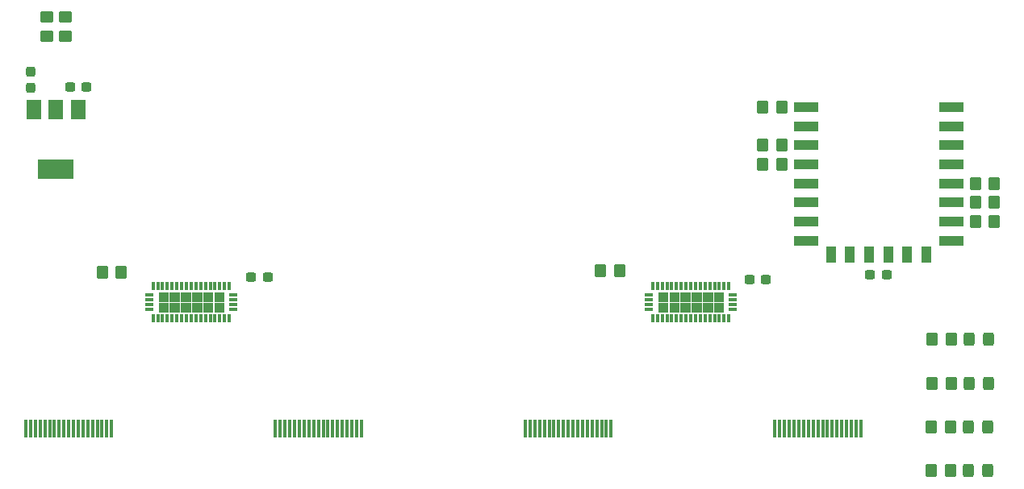
<source format=gbr>
%TF.GenerationSoftware,KiCad,Pcbnew,(6.0.6)*%
%TF.CreationDate,2022-07-25T23:31:33-07:00*%
%TF.ProjectId,HDMI-MUX,48444d49-2d4d-4555-982e-6b696361645f,rev?*%
%TF.SameCoordinates,Original*%
%TF.FileFunction,Paste,Top*%
%TF.FilePolarity,Positive*%
%FSLAX46Y46*%
G04 Gerber Fmt 4.6, Leading zero omitted, Abs format (unit mm)*
G04 Created by KiCad (PCBNEW (6.0.6)) date 2022-07-25 23:31:33*
%MOMM*%
%LPD*%
G01*
G04 APERTURE LIST*
G04 Aperture macros list*
%AMRoundRect*
0 Rectangle with rounded corners*
0 $1 Rounding radius*
0 $2 $3 $4 $5 $6 $7 $8 $9 X,Y pos of 4 corners*
0 Add a 4 corners polygon primitive as box body*
4,1,4,$2,$3,$4,$5,$6,$7,$8,$9,$2,$3,0*
0 Add four circle primitives for the rounded corners*
1,1,$1+$1,$2,$3*
1,1,$1+$1,$4,$5*
1,1,$1+$1,$6,$7*
1,1,$1+$1,$8,$9*
0 Add four rect primitives between the rounded corners*
20,1,$1+$1,$2,$3,$4,$5,0*
20,1,$1+$1,$4,$5,$6,$7,0*
20,1,$1+$1,$6,$7,$8,$9,0*
20,1,$1+$1,$8,$9,$2,$3,0*%
G04 Aperture macros list end*
%ADD10C,0.010000*%
%ADD11R,0.300000X1.900000*%
%ADD12RoundRect,0.250000X-0.350000X-0.450000X0.350000X-0.450000X0.350000X0.450000X-0.350000X0.450000X0*%
%ADD13RoundRect,0.237500X0.237500X-0.300000X0.237500X0.300000X-0.237500X0.300000X-0.237500X-0.300000X0*%
%ADD14RoundRect,0.250000X0.350000X0.450000X-0.350000X0.450000X-0.350000X-0.450000X0.350000X-0.450000X0*%
%ADD15RoundRect,0.250000X-0.450000X0.350000X-0.450000X-0.350000X0.450000X-0.350000X0.450000X0.350000X0*%
%ADD16RoundRect,0.237500X0.300000X0.237500X-0.300000X0.237500X-0.300000X-0.237500X0.300000X-0.237500X0*%
%ADD17RoundRect,0.250000X0.325000X0.450000X-0.325000X0.450000X-0.325000X-0.450000X0.325000X-0.450000X0*%
%ADD18RoundRect,0.008100X-0.126900X0.421900X-0.126900X-0.421900X0.126900X-0.421900X0.126900X0.421900X0*%
%ADD19RoundRect,0.008100X-0.421900X-0.126900X0.421900X-0.126900X0.421900X0.126900X-0.421900X0.126900X0*%
%ADD20RoundRect,0.237500X-0.300000X-0.237500X0.300000X-0.237500X0.300000X0.237500X-0.300000X0.237500X0*%
%ADD21R,2.500000X1.000000*%
%ADD22R,1.000000X1.800000*%
%ADD23R,1.500000X2.000000*%
%ADD24R,3.800000X2.000000*%
G04 APERTURE END LIST*
%TO.C,U4*%
G36*
X40394500Y-48957500D02*
G01*
X39424500Y-48957500D01*
X39424500Y-48037500D01*
X40394500Y-48037500D01*
X40394500Y-48957500D01*
G37*
D10*
X40394500Y-48957500D02*
X39424500Y-48957500D01*
X39424500Y-48037500D01*
X40394500Y-48037500D01*
X40394500Y-48957500D01*
G36*
X38054500Y-48957500D02*
G01*
X37084500Y-48957500D01*
X37084500Y-48037500D01*
X38054500Y-48037500D01*
X38054500Y-48957500D01*
G37*
X38054500Y-48957500D02*
X37084500Y-48957500D01*
X37084500Y-48037500D01*
X38054500Y-48037500D01*
X38054500Y-48957500D01*
G36*
X41564500Y-48957500D02*
G01*
X40594500Y-48957500D01*
X40594500Y-48037500D01*
X41564500Y-48037500D01*
X41564500Y-48957500D01*
G37*
X41564500Y-48957500D02*
X40594500Y-48957500D01*
X40594500Y-48037500D01*
X41564500Y-48037500D01*
X41564500Y-48957500D01*
G36*
X36884500Y-48957500D02*
G01*
X35914500Y-48957500D01*
X35914500Y-48037500D01*
X36884500Y-48037500D01*
X36884500Y-48957500D01*
G37*
X36884500Y-48957500D02*
X35914500Y-48957500D01*
X35914500Y-48037500D01*
X36884500Y-48037500D01*
X36884500Y-48957500D01*
G36*
X36884500Y-50077500D02*
G01*
X35914500Y-50077500D01*
X35914500Y-49157500D01*
X36884500Y-49157500D01*
X36884500Y-50077500D01*
G37*
X36884500Y-50077500D02*
X35914500Y-50077500D01*
X35914500Y-49157500D01*
X36884500Y-49157500D01*
X36884500Y-50077500D01*
G36*
X41564500Y-50077500D02*
G01*
X40594500Y-50077500D01*
X40594500Y-49157500D01*
X41564500Y-49157500D01*
X41564500Y-50077500D01*
G37*
X41564500Y-50077500D02*
X40594500Y-50077500D01*
X40594500Y-49157500D01*
X41564500Y-49157500D01*
X41564500Y-50077500D01*
G36*
X39224500Y-48957500D02*
G01*
X38254500Y-48957500D01*
X38254500Y-48037500D01*
X39224500Y-48037500D01*
X39224500Y-48957500D01*
G37*
X39224500Y-48957500D02*
X38254500Y-48957500D01*
X38254500Y-48037500D01*
X39224500Y-48037500D01*
X39224500Y-48957500D01*
G36*
X42734500Y-50077500D02*
G01*
X41764500Y-50077500D01*
X41764500Y-49157500D01*
X42734500Y-49157500D01*
X42734500Y-50077500D01*
G37*
X42734500Y-50077500D02*
X41764500Y-50077500D01*
X41764500Y-49157500D01*
X42734500Y-49157500D01*
X42734500Y-50077500D01*
G36*
X40394500Y-50077500D02*
G01*
X39424500Y-50077500D01*
X39424500Y-49157500D01*
X40394500Y-49157500D01*
X40394500Y-50077500D01*
G37*
X40394500Y-50077500D02*
X39424500Y-50077500D01*
X39424500Y-49157500D01*
X40394500Y-49157500D01*
X40394500Y-50077500D01*
G36*
X39224500Y-50077500D02*
G01*
X38254500Y-50077500D01*
X38254500Y-49157500D01*
X39224500Y-49157500D01*
X39224500Y-50077500D01*
G37*
X39224500Y-50077500D02*
X38254500Y-50077500D01*
X38254500Y-49157500D01*
X39224500Y-49157500D01*
X39224500Y-50077500D01*
G36*
X42734500Y-48957500D02*
G01*
X41764500Y-48957500D01*
X41764500Y-48037500D01*
X42734500Y-48037500D01*
X42734500Y-48957500D01*
G37*
X42734500Y-48957500D02*
X41764500Y-48957500D01*
X41764500Y-48037500D01*
X42734500Y-48037500D01*
X42734500Y-48957500D01*
G36*
X38054500Y-50077500D02*
G01*
X37084500Y-50077500D01*
X37084500Y-49157500D01*
X38054500Y-49157500D01*
X38054500Y-50077500D01*
G37*
X38054500Y-50077500D02*
X37084500Y-50077500D01*
X37084500Y-49157500D01*
X38054500Y-49157500D01*
X38054500Y-50077500D01*
%TO.C,U3*%
G36*
X93983750Y-48960000D02*
G01*
X93013750Y-48960000D01*
X93013750Y-48040000D01*
X93983750Y-48040000D01*
X93983750Y-48960000D01*
G37*
X93983750Y-48960000D02*
X93013750Y-48960000D01*
X93013750Y-48040000D01*
X93983750Y-48040000D01*
X93983750Y-48960000D01*
G36*
X90473750Y-48960000D02*
G01*
X89503750Y-48960000D01*
X89503750Y-48040000D01*
X90473750Y-48040000D01*
X90473750Y-48960000D01*
G37*
X90473750Y-48960000D02*
X89503750Y-48960000D01*
X89503750Y-48040000D01*
X90473750Y-48040000D01*
X90473750Y-48960000D01*
G36*
X95153750Y-50080000D02*
G01*
X94183750Y-50080000D01*
X94183750Y-49160000D01*
X95153750Y-49160000D01*
X95153750Y-50080000D01*
G37*
X95153750Y-50080000D02*
X94183750Y-50080000D01*
X94183750Y-49160000D01*
X95153750Y-49160000D01*
X95153750Y-50080000D01*
G36*
X93983750Y-50080000D02*
G01*
X93013750Y-50080000D01*
X93013750Y-49160000D01*
X93983750Y-49160000D01*
X93983750Y-50080000D01*
G37*
X93983750Y-50080000D02*
X93013750Y-50080000D01*
X93013750Y-49160000D01*
X93983750Y-49160000D01*
X93983750Y-50080000D01*
G36*
X90473750Y-50080000D02*
G01*
X89503750Y-50080000D01*
X89503750Y-49160000D01*
X90473750Y-49160000D01*
X90473750Y-50080000D01*
G37*
X90473750Y-50080000D02*
X89503750Y-50080000D01*
X89503750Y-49160000D01*
X90473750Y-49160000D01*
X90473750Y-50080000D01*
G36*
X89303750Y-48960000D02*
G01*
X88333750Y-48960000D01*
X88333750Y-48040000D01*
X89303750Y-48040000D01*
X89303750Y-48960000D01*
G37*
X89303750Y-48960000D02*
X88333750Y-48960000D01*
X88333750Y-48040000D01*
X89303750Y-48040000D01*
X89303750Y-48960000D01*
G36*
X89303750Y-50080000D02*
G01*
X88333750Y-50080000D01*
X88333750Y-49160000D01*
X89303750Y-49160000D01*
X89303750Y-50080000D01*
G37*
X89303750Y-50080000D02*
X88333750Y-50080000D01*
X88333750Y-49160000D01*
X89303750Y-49160000D01*
X89303750Y-50080000D01*
G36*
X92813750Y-48960000D02*
G01*
X91843750Y-48960000D01*
X91843750Y-48040000D01*
X92813750Y-48040000D01*
X92813750Y-48960000D01*
G37*
X92813750Y-48960000D02*
X91843750Y-48960000D01*
X91843750Y-48040000D01*
X92813750Y-48040000D01*
X92813750Y-48960000D01*
G36*
X92813750Y-50080000D02*
G01*
X91843750Y-50080000D01*
X91843750Y-49160000D01*
X92813750Y-49160000D01*
X92813750Y-50080000D01*
G37*
X92813750Y-50080000D02*
X91843750Y-50080000D01*
X91843750Y-49160000D01*
X92813750Y-49160000D01*
X92813750Y-50080000D01*
G36*
X95153750Y-48960000D02*
G01*
X94183750Y-48960000D01*
X94183750Y-48040000D01*
X95153750Y-48040000D01*
X95153750Y-48960000D01*
G37*
X95153750Y-48960000D02*
X94183750Y-48960000D01*
X94183750Y-48040000D01*
X95153750Y-48040000D01*
X95153750Y-48960000D01*
G36*
X91643750Y-48960000D02*
G01*
X90673750Y-48960000D01*
X90673750Y-48040000D01*
X91643750Y-48040000D01*
X91643750Y-48960000D01*
G37*
X91643750Y-48960000D02*
X90673750Y-48960000D01*
X90673750Y-48040000D01*
X91643750Y-48040000D01*
X91643750Y-48960000D01*
G36*
X91643750Y-50080000D02*
G01*
X90673750Y-50080000D01*
X90673750Y-49160000D01*
X91643750Y-49160000D01*
X91643750Y-50080000D01*
G37*
X91643750Y-50080000D02*
X90673750Y-50080000D01*
X90673750Y-49160000D01*
X91643750Y-49160000D01*
X91643750Y-50080000D01*
%TD*%
D11*
%TO.C,J6*%
X57175250Y-62355000D03*
X56675250Y-62355000D03*
X56175250Y-62355000D03*
X55675250Y-62355000D03*
X55175250Y-62355000D03*
X54675250Y-62355000D03*
X54175250Y-62355000D03*
X53675250Y-62355000D03*
X53175250Y-62355000D03*
X52675250Y-62355000D03*
X52175250Y-62355000D03*
X51675250Y-62355000D03*
X51175250Y-62355000D03*
X50675250Y-62355000D03*
X50175250Y-62355000D03*
X49675250Y-62355000D03*
X49175250Y-62355000D03*
X48675250Y-62355000D03*
X48175250Y-62355000D03*
%TD*%
D12*
%TO.C,R12*%
X121596250Y-40630000D03*
X123596250Y-40630000D03*
%TD*%
D11*
%TO.C,J7*%
X30975250Y-62355000D03*
X30475250Y-62355000D03*
X29975250Y-62355000D03*
X29475250Y-62355000D03*
X28975250Y-62355000D03*
X28475250Y-62355000D03*
X27975250Y-62355000D03*
X27475250Y-62355000D03*
X26975250Y-62355000D03*
X26475250Y-62355000D03*
X25975250Y-62355000D03*
X25475250Y-62355000D03*
X24975250Y-62355000D03*
X24475250Y-62355000D03*
X23975250Y-62355000D03*
X23475250Y-62355000D03*
X22975250Y-62355000D03*
X22475250Y-62355000D03*
X21975250Y-62355000D03*
%TD*%
D13*
%TO.C,C2*%
X22456000Y-26566500D03*
X22456000Y-24841500D03*
%TD*%
D14*
%TO.C,R9*%
X123596250Y-36610000D03*
X121596250Y-36610000D03*
%TD*%
D15*
%TO.C,R2*%
X26126000Y-19104000D03*
X26126000Y-21104000D03*
%TD*%
D16*
%TO.C,C4*%
X99622500Y-46680000D03*
X97897500Y-46680000D03*
%TD*%
D14*
%TO.C,R11*%
X123596250Y-38610000D03*
X121596250Y-38610000D03*
%TD*%
D17*
%TO.C,D1*%
X122896250Y-66800000D03*
X120846250Y-66800000D03*
%TD*%
D14*
%TO.C,R5*%
X118991250Y-66800000D03*
X116991250Y-66800000D03*
%TD*%
D17*
%TO.C,D3*%
X122996250Y-57600000D03*
X120946250Y-57600000D03*
%TD*%
D15*
%TO.C,R1*%
X24136000Y-19114000D03*
X24136000Y-21114000D03*
%TD*%
D16*
%TO.C,C1*%
X112272500Y-46200000D03*
X110547500Y-46200000D03*
%TD*%
D14*
%TO.C,R13*%
X84260000Y-45810000D03*
X82260000Y-45810000D03*
%TD*%
D11*
%TO.C,J4*%
X109584500Y-62357500D03*
X109084500Y-62357500D03*
X108584500Y-62357500D03*
X108084500Y-62357500D03*
X107584500Y-62357500D03*
X107084500Y-62357500D03*
X106584500Y-62357500D03*
X106084500Y-62357500D03*
X105584500Y-62357500D03*
X105084500Y-62357500D03*
X104584500Y-62357500D03*
X104084500Y-62357500D03*
X103584500Y-62357500D03*
X103084500Y-62357500D03*
X102584500Y-62357500D03*
X102084500Y-62357500D03*
X101584500Y-62357500D03*
X101084500Y-62357500D03*
X100584500Y-62357500D03*
%TD*%
D17*
%TO.C,D4*%
X123006250Y-53000000D03*
X120956250Y-53000000D03*
%TD*%
D18*
%TO.C,U4*%
X43324500Y-47372500D03*
X42824500Y-47372500D03*
X42324500Y-47372500D03*
X41824500Y-47372500D03*
X41324500Y-47372500D03*
X40824500Y-47372500D03*
X40324500Y-47372500D03*
X39824500Y-47372500D03*
X39324500Y-47372500D03*
X38824500Y-47372500D03*
X38324500Y-47372500D03*
X37824500Y-47372500D03*
X37324500Y-47372500D03*
X36824500Y-47372500D03*
X36324500Y-47372500D03*
X35824500Y-47372500D03*
X35324500Y-47372500D03*
D19*
X34889500Y-48307500D03*
X34889500Y-48807500D03*
X34889500Y-49307500D03*
X34889500Y-49807500D03*
D18*
X35324500Y-50742500D03*
X35824500Y-50742500D03*
X36324500Y-50742500D03*
X36824500Y-50742500D03*
X37324500Y-50742500D03*
X37824500Y-50742500D03*
X38324500Y-50742500D03*
X38824500Y-50742500D03*
X39324500Y-50742500D03*
X39824500Y-50742500D03*
X40324500Y-50742500D03*
X40824500Y-50742500D03*
X41324500Y-50742500D03*
X41824500Y-50742500D03*
X42324500Y-50742500D03*
X42824500Y-50742500D03*
X43324500Y-50742500D03*
D19*
X43759500Y-49807500D03*
X43759500Y-49307500D03*
X43759500Y-48807500D03*
X43759500Y-48307500D03*
%TD*%
D11*
%TO.C,J5*%
X83384500Y-62357500D03*
X82884500Y-62357500D03*
X82384500Y-62357500D03*
X81884500Y-62357500D03*
X81384500Y-62357500D03*
X80884500Y-62357500D03*
X80384500Y-62357500D03*
X79884500Y-62357500D03*
X79384500Y-62357500D03*
X78884500Y-62357500D03*
X78384500Y-62357500D03*
X77884500Y-62357500D03*
X77384500Y-62357500D03*
X76884500Y-62357500D03*
X76384500Y-62357500D03*
X75884500Y-62357500D03*
X75384500Y-62357500D03*
X74884500Y-62357500D03*
X74384500Y-62357500D03*
%TD*%
D14*
%TO.C,R8*%
X119091250Y-53000000D03*
X117091250Y-53000000D03*
%TD*%
%TO.C,R14*%
X31990000Y-45920000D03*
X29990000Y-45920000D03*
%TD*%
D17*
%TO.C,D2*%
X122893750Y-62200000D03*
X120843750Y-62200000D03*
%TD*%
D14*
%TO.C,R7*%
X119091250Y-57600000D03*
X117091250Y-57600000D03*
%TD*%
D12*
%TO.C,R3*%
X99296250Y-32610000D03*
X101296250Y-32610000D03*
%TD*%
D20*
%TO.C,C3*%
X26593500Y-26514000D03*
X28318500Y-26514000D03*
%TD*%
D18*
%TO.C,U3*%
X95743750Y-47375000D03*
X95243750Y-47375000D03*
X94743750Y-47375000D03*
X94243750Y-47375000D03*
X93743750Y-47375000D03*
X93243750Y-47375000D03*
X92743750Y-47375000D03*
X92243750Y-47375000D03*
X91743750Y-47375000D03*
X91243750Y-47375000D03*
X90743750Y-47375000D03*
X90243750Y-47375000D03*
X89743750Y-47375000D03*
X89243750Y-47375000D03*
X88743750Y-47375000D03*
X88243750Y-47375000D03*
X87743750Y-47375000D03*
D19*
X87308750Y-48310000D03*
X87308750Y-48810000D03*
X87308750Y-49310000D03*
X87308750Y-49810000D03*
D18*
X87743750Y-50745000D03*
X88243750Y-50745000D03*
X88743750Y-50745000D03*
X89243750Y-50745000D03*
X89743750Y-50745000D03*
X90243750Y-50745000D03*
X90743750Y-50745000D03*
X91243750Y-50745000D03*
X91743750Y-50745000D03*
X92243750Y-50745000D03*
X92743750Y-50745000D03*
X93243750Y-50745000D03*
X93743750Y-50745000D03*
X94243750Y-50745000D03*
X94743750Y-50745000D03*
X95243750Y-50745000D03*
X95743750Y-50745000D03*
D19*
X96178750Y-49810000D03*
X96178750Y-49310000D03*
X96178750Y-48810000D03*
X96178750Y-48310000D03*
%TD*%
D14*
%TO.C,R10*%
X101296250Y-34610000D03*
X99296250Y-34610000D03*
%TD*%
D12*
%TO.C,R4*%
X99276250Y-28610000D03*
X101276250Y-28610000D03*
%TD*%
D21*
%TO.C,U1*%
X103846250Y-28610000D03*
X103846250Y-30610000D03*
X103846250Y-32610000D03*
X103846250Y-34610000D03*
X103846250Y-36610000D03*
X103846250Y-38610000D03*
X103846250Y-40610000D03*
X103846250Y-42610000D03*
D22*
X106446250Y-44110000D03*
X108446250Y-44110000D03*
X110446250Y-44110000D03*
X112446250Y-44110000D03*
X114446250Y-44110000D03*
X116446250Y-44110000D03*
D21*
X119046250Y-42610000D03*
X119046250Y-40610000D03*
X119046250Y-38610000D03*
X119046250Y-36610000D03*
X119046250Y-34610000D03*
X119046250Y-32610000D03*
X119046250Y-30610000D03*
X119046250Y-28610000D03*
%TD*%
D16*
%TO.C,C5*%
X47332500Y-46440000D03*
X45607500Y-46440000D03*
%TD*%
D14*
%TO.C,R6*%
X118991250Y-62200000D03*
X116991250Y-62200000D03*
%TD*%
D23*
%TO.C,U2*%
X27446000Y-28854000D03*
X25146000Y-28854000D03*
D24*
X25146000Y-35154000D03*
D23*
X22846000Y-28854000D03*
%TD*%
M02*

</source>
